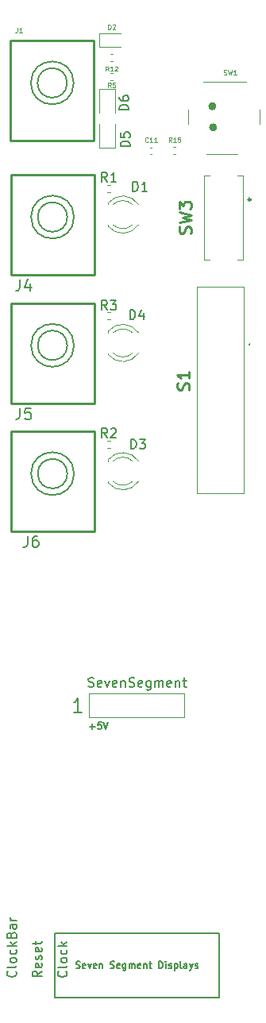
<source format=gbr>
%TF.GenerationSoftware,KiCad,Pcbnew,(6.0.1)*%
%TF.CreationDate,2023-06-13T10:27:40-07:00*%
%TF.ProjectId,16Bars,31364261-7273-42e6-9b69-6361645f7063,rev?*%
%TF.SameCoordinates,Original*%
%TF.FileFunction,Legend,Top*%
%TF.FilePolarity,Positive*%
%FSLAX46Y46*%
G04 Gerber Fmt 4.6, Leading zero omitted, Abs format (unit mm)*
G04 Created by KiCad (PCBNEW (6.0.1)) date 2023-06-13 10:27:40*
%MOMM*%
%LPD*%
G01*
G04 APERTURE LIST*
%ADD10C,0.150000*%
%ADD11C,0.275000*%
%ADD12C,0.100000*%
%ADD13C,0.152400*%
%ADD14C,0.254000*%
%ADD15C,0.200000*%
%ADD16C,0.120000*%
%ADD17C,0.446881*%
%ADD18C,0.127000*%
G04 APERTURE END LIST*
D10*
X65974285Y-110851428D02*
X66522857Y-110851428D01*
X66248571Y-111125714D02*
X66248571Y-110577142D01*
X67208571Y-110405714D02*
X66865714Y-110405714D01*
X66831428Y-110748571D01*
X66865714Y-110714285D01*
X66934285Y-110680000D01*
X67105714Y-110680000D01*
X67174285Y-110714285D01*
X67208571Y-110748571D01*
X67242857Y-110817142D01*
X67242857Y-110988571D01*
X67208571Y-111057142D01*
X67174285Y-111091428D01*
X67105714Y-111125714D01*
X66934285Y-111125714D01*
X66865714Y-111091428D01*
X66831428Y-111057142D01*
X67448571Y-110405714D02*
X67688571Y-111125714D01*
X67928571Y-110405714D01*
D11*
X83137500Y-54700000D02*
G75*
G03*
X83137500Y-54700000I-137500J0D01*
G01*
D10*
X79750000Y-139800000D02*
X62250000Y-139800000D01*
X62250000Y-139800000D02*
X62250000Y-132900000D01*
X62250000Y-132900000D02*
X79750000Y-132900000D01*
X79750000Y-132900000D02*
X79750000Y-139800000D01*
X64502857Y-136591428D02*
X64605714Y-136625714D01*
X64777142Y-136625714D01*
X64845714Y-136591428D01*
X64880000Y-136557142D01*
X64914285Y-136488571D01*
X64914285Y-136420000D01*
X64880000Y-136351428D01*
X64845714Y-136317142D01*
X64777142Y-136282857D01*
X64640000Y-136248571D01*
X64571428Y-136214285D01*
X64537142Y-136180000D01*
X64502857Y-136111428D01*
X64502857Y-136042857D01*
X64537142Y-135974285D01*
X64571428Y-135940000D01*
X64640000Y-135905714D01*
X64811428Y-135905714D01*
X64914285Y-135940000D01*
X65497142Y-136591428D02*
X65428571Y-136625714D01*
X65291428Y-136625714D01*
X65222857Y-136591428D01*
X65188571Y-136522857D01*
X65188571Y-136248571D01*
X65222857Y-136180000D01*
X65291428Y-136145714D01*
X65428571Y-136145714D01*
X65497142Y-136180000D01*
X65531428Y-136248571D01*
X65531428Y-136317142D01*
X65188571Y-136385714D01*
X65771428Y-136145714D02*
X65942857Y-136625714D01*
X66114285Y-136145714D01*
X66662857Y-136591428D02*
X66594285Y-136625714D01*
X66457142Y-136625714D01*
X66388571Y-136591428D01*
X66354285Y-136522857D01*
X66354285Y-136248571D01*
X66388571Y-136180000D01*
X66457142Y-136145714D01*
X66594285Y-136145714D01*
X66662857Y-136180000D01*
X66697142Y-136248571D01*
X66697142Y-136317142D01*
X66354285Y-136385714D01*
X67005714Y-136145714D02*
X67005714Y-136625714D01*
X67005714Y-136214285D02*
X67040000Y-136180000D01*
X67108571Y-136145714D01*
X67211428Y-136145714D01*
X67280000Y-136180000D01*
X67314285Y-136248571D01*
X67314285Y-136625714D01*
X68171428Y-136591428D02*
X68274285Y-136625714D01*
X68445714Y-136625714D01*
X68514285Y-136591428D01*
X68548571Y-136557142D01*
X68582857Y-136488571D01*
X68582857Y-136420000D01*
X68548571Y-136351428D01*
X68514285Y-136317142D01*
X68445714Y-136282857D01*
X68308571Y-136248571D01*
X68240000Y-136214285D01*
X68205714Y-136180000D01*
X68171428Y-136111428D01*
X68171428Y-136042857D01*
X68205714Y-135974285D01*
X68240000Y-135940000D01*
X68308571Y-135905714D01*
X68480000Y-135905714D01*
X68582857Y-135940000D01*
X69165714Y-136591428D02*
X69097142Y-136625714D01*
X68960000Y-136625714D01*
X68891428Y-136591428D01*
X68857142Y-136522857D01*
X68857142Y-136248571D01*
X68891428Y-136180000D01*
X68960000Y-136145714D01*
X69097142Y-136145714D01*
X69165714Y-136180000D01*
X69200000Y-136248571D01*
X69200000Y-136317142D01*
X68857142Y-136385714D01*
X69817142Y-136145714D02*
X69817142Y-136728571D01*
X69782857Y-136797142D01*
X69748571Y-136831428D01*
X69680000Y-136865714D01*
X69577142Y-136865714D01*
X69508571Y-136831428D01*
X69817142Y-136591428D02*
X69748571Y-136625714D01*
X69611428Y-136625714D01*
X69542857Y-136591428D01*
X69508571Y-136557142D01*
X69474285Y-136488571D01*
X69474285Y-136282857D01*
X69508571Y-136214285D01*
X69542857Y-136180000D01*
X69611428Y-136145714D01*
X69748571Y-136145714D01*
X69817142Y-136180000D01*
X70160000Y-136625714D02*
X70160000Y-136145714D01*
X70160000Y-136214285D02*
X70194285Y-136180000D01*
X70262857Y-136145714D01*
X70365714Y-136145714D01*
X70434285Y-136180000D01*
X70468571Y-136248571D01*
X70468571Y-136625714D01*
X70468571Y-136248571D02*
X70502857Y-136180000D01*
X70571428Y-136145714D01*
X70674285Y-136145714D01*
X70742857Y-136180000D01*
X70777142Y-136248571D01*
X70777142Y-136625714D01*
X71394285Y-136591428D02*
X71325714Y-136625714D01*
X71188571Y-136625714D01*
X71120000Y-136591428D01*
X71085714Y-136522857D01*
X71085714Y-136248571D01*
X71120000Y-136180000D01*
X71188571Y-136145714D01*
X71325714Y-136145714D01*
X71394285Y-136180000D01*
X71428571Y-136248571D01*
X71428571Y-136317142D01*
X71085714Y-136385714D01*
X71737142Y-136145714D02*
X71737142Y-136625714D01*
X71737142Y-136214285D02*
X71771428Y-136180000D01*
X71840000Y-136145714D01*
X71942857Y-136145714D01*
X72011428Y-136180000D01*
X72045714Y-136248571D01*
X72045714Y-136625714D01*
X72285714Y-136145714D02*
X72560000Y-136145714D01*
X72388571Y-135905714D02*
X72388571Y-136522857D01*
X72422857Y-136591428D01*
X72491428Y-136625714D01*
X72560000Y-136625714D01*
X73348571Y-136625714D02*
X73348571Y-135905714D01*
X73520000Y-135905714D01*
X73622857Y-135940000D01*
X73691428Y-136008571D01*
X73725714Y-136077142D01*
X73760000Y-136214285D01*
X73760000Y-136317142D01*
X73725714Y-136454285D01*
X73691428Y-136522857D01*
X73622857Y-136591428D01*
X73520000Y-136625714D01*
X73348571Y-136625714D01*
X74068571Y-136625714D02*
X74068571Y-136145714D01*
X74068571Y-135905714D02*
X74034285Y-135940000D01*
X74068571Y-135974285D01*
X74102857Y-135940000D01*
X74068571Y-135905714D01*
X74068571Y-135974285D01*
X74377142Y-136591428D02*
X74445714Y-136625714D01*
X74582857Y-136625714D01*
X74651428Y-136591428D01*
X74685714Y-136522857D01*
X74685714Y-136488571D01*
X74651428Y-136420000D01*
X74582857Y-136385714D01*
X74480000Y-136385714D01*
X74411428Y-136351428D01*
X74377142Y-136282857D01*
X74377142Y-136248571D01*
X74411428Y-136180000D01*
X74480000Y-136145714D01*
X74582857Y-136145714D01*
X74651428Y-136180000D01*
X74994285Y-136145714D02*
X74994285Y-136865714D01*
X74994285Y-136180000D02*
X75062857Y-136145714D01*
X75200000Y-136145714D01*
X75268571Y-136180000D01*
X75302857Y-136214285D01*
X75337142Y-136282857D01*
X75337142Y-136488571D01*
X75302857Y-136557142D01*
X75268571Y-136591428D01*
X75200000Y-136625714D01*
X75062857Y-136625714D01*
X74994285Y-136591428D01*
X75748571Y-136625714D02*
X75680000Y-136591428D01*
X75645714Y-136522857D01*
X75645714Y-135905714D01*
X76331428Y-136625714D02*
X76331428Y-136248571D01*
X76297142Y-136180000D01*
X76228571Y-136145714D01*
X76091428Y-136145714D01*
X76022857Y-136180000D01*
X76331428Y-136591428D02*
X76262857Y-136625714D01*
X76091428Y-136625714D01*
X76022857Y-136591428D01*
X75988571Y-136522857D01*
X75988571Y-136454285D01*
X76022857Y-136385714D01*
X76091428Y-136351428D01*
X76262857Y-136351428D01*
X76331428Y-136317142D01*
X76605714Y-136145714D02*
X76777142Y-136625714D01*
X76948571Y-136145714D02*
X76777142Y-136625714D01*
X76708571Y-136797142D01*
X76674285Y-136831428D01*
X76605714Y-136865714D01*
X77188571Y-136591428D02*
X77257142Y-136625714D01*
X77394285Y-136625714D01*
X77462857Y-136591428D01*
X77497142Y-136522857D01*
X77497142Y-136488571D01*
X77462857Y-136420000D01*
X77394285Y-136385714D01*
X77291428Y-136385714D01*
X77222857Y-136351428D01*
X77188571Y-136282857D01*
X77188571Y-136248571D01*
X77222857Y-136180000D01*
X77291428Y-136145714D01*
X77394285Y-136145714D01*
X77462857Y-136180000D01*
%TO.C,REF\u002A\u002A*%
X63457142Y-136938095D02*
X63504761Y-136985714D01*
X63552380Y-137128571D01*
X63552380Y-137223809D01*
X63504761Y-137366666D01*
X63409523Y-137461904D01*
X63314285Y-137509523D01*
X63123809Y-137557142D01*
X62980952Y-137557142D01*
X62790476Y-137509523D01*
X62695238Y-137461904D01*
X62600000Y-137366666D01*
X62552380Y-137223809D01*
X62552380Y-137128571D01*
X62600000Y-136985714D01*
X62647619Y-136938095D01*
X63552380Y-136366666D02*
X63504761Y-136461904D01*
X63409523Y-136509523D01*
X62552380Y-136509523D01*
X63552380Y-135842857D02*
X63504761Y-135938095D01*
X63457142Y-135985714D01*
X63361904Y-136033333D01*
X63076190Y-136033333D01*
X62980952Y-135985714D01*
X62933333Y-135938095D01*
X62885714Y-135842857D01*
X62885714Y-135700000D01*
X62933333Y-135604761D01*
X62980952Y-135557142D01*
X63076190Y-135509523D01*
X63361904Y-135509523D01*
X63457142Y-135557142D01*
X63504761Y-135604761D01*
X63552380Y-135700000D01*
X63552380Y-135842857D01*
X63504761Y-134652380D02*
X63552380Y-134747619D01*
X63552380Y-134938095D01*
X63504761Y-135033333D01*
X63457142Y-135080952D01*
X63361904Y-135128571D01*
X63076190Y-135128571D01*
X62980952Y-135080952D01*
X62933333Y-135033333D01*
X62885714Y-134938095D01*
X62885714Y-134747619D01*
X62933333Y-134652380D01*
X63552380Y-134223809D02*
X62552380Y-134223809D01*
X63171428Y-134128571D02*
X63552380Y-133842857D01*
X62885714Y-133842857D02*
X63266666Y-134223809D01*
X60852380Y-136938095D02*
X60376190Y-137271428D01*
X60852380Y-137509523D02*
X59852380Y-137509523D01*
X59852380Y-137128571D01*
X59900000Y-137033333D01*
X59947619Y-136985714D01*
X60042857Y-136938095D01*
X60185714Y-136938095D01*
X60280952Y-136985714D01*
X60328571Y-137033333D01*
X60376190Y-137128571D01*
X60376190Y-137509523D01*
X60804761Y-136128571D02*
X60852380Y-136223809D01*
X60852380Y-136414285D01*
X60804761Y-136509523D01*
X60709523Y-136557142D01*
X60328571Y-136557142D01*
X60233333Y-136509523D01*
X60185714Y-136414285D01*
X60185714Y-136223809D01*
X60233333Y-136128571D01*
X60328571Y-136080952D01*
X60423809Y-136080952D01*
X60519047Y-136557142D01*
X60804761Y-135700000D02*
X60852380Y-135604761D01*
X60852380Y-135414285D01*
X60804761Y-135319047D01*
X60709523Y-135271428D01*
X60661904Y-135271428D01*
X60566666Y-135319047D01*
X60519047Y-135414285D01*
X60519047Y-135557142D01*
X60471428Y-135652380D01*
X60376190Y-135700000D01*
X60328571Y-135700000D01*
X60233333Y-135652380D01*
X60185714Y-135557142D01*
X60185714Y-135414285D01*
X60233333Y-135319047D01*
X60804761Y-134461904D02*
X60852380Y-134557142D01*
X60852380Y-134747619D01*
X60804761Y-134842857D01*
X60709523Y-134890476D01*
X60328571Y-134890476D01*
X60233333Y-134842857D01*
X60185714Y-134747619D01*
X60185714Y-134557142D01*
X60233333Y-134461904D01*
X60328571Y-134414285D01*
X60423809Y-134414285D01*
X60519047Y-134890476D01*
X60185714Y-134128571D02*
X60185714Y-133747619D01*
X59852380Y-133985714D02*
X60709523Y-133985714D01*
X60804761Y-133938095D01*
X60852380Y-133842857D01*
X60852380Y-133747619D01*
X58057142Y-136938095D02*
X58104761Y-136985714D01*
X58152380Y-137128571D01*
X58152380Y-137223809D01*
X58104761Y-137366666D01*
X58009523Y-137461904D01*
X57914285Y-137509523D01*
X57723809Y-137557142D01*
X57580952Y-137557142D01*
X57390476Y-137509523D01*
X57295238Y-137461904D01*
X57200000Y-137366666D01*
X57152380Y-137223809D01*
X57152380Y-137128571D01*
X57200000Y-136985714D01*
X57247619Y-136938095D01*
X58152380Y-136366666D02*
X58104761Y-136461904D01*
X58009523Y-136509523D01*
X57152380Y-136509523D01*
X58152380Y-135842856D02*
X58104761Y-135938095D01*
X58057142Y-135985714D01*
X57961904Y-136033333D01*
X57676190Y-136033333D01*
X57580952Y-135985714D01*
X57533333Y-135938095D01*
X57485714Y-135842856D01*
X57485714Y-135699999D01*
X57533333Y-135604761D01*
X57580952Y-135557142D01*
X57676190Y-135509523D01*
X57961904Y-135509523D01*
X58057142Y-135557142D01*
X58104761Y-135604761D01*
X58152380Y-135699999D01*
X58152380Y-135842856D01*
X58104761Y-134652380D02*
X58152380Y-134747618D01*
X58152380Y-134938095D01*
X58104761Y-135033333D01*
X58057142Y-135080952D01*
X57961904Y-135128571D01*
X57676190Y-135128571D01*
X57580952Y-135080952D01*
X57533333Y-135033333D01*
X57485714Y-134938095D01*
X57485714Y-134747618D01*
X57533333Y-134652380D01*
X58152380Y-134223809D02*
X57152380Y-134223809D01*
X57771428Y-134128571D02*
X58152380Y-133842856D01*
X57485714Y-133842856D02*
X57866666Y-134223809D01*
X57628571Y-133080952D02*
X57676190Y-132938095D01*
X57723809Y-132890475D01*
X57819047Y-132842856D01*
X57961904Y-132842856D01*
X58057142Y-132890475D01*
X58104761Y-132938095D01*
X58152380Y-133033333D01*
X58152380Y-133414285D01*
X57152380Y-133414285D01*
X57152380Y-133080952D01*
X57200000Y-132985714D01*
X57247619Y-132938095D01*
X57342857Y-132890475D01*
X57438095Y-132890475D01*
X57533333Y-132938095D01*
X57580952Y-132985714D01*
X57628571Y-133080952D01*
X57628571Y-133414285D01*
X58152380Y-131985714D02*
X57628571Y-131985714D01*
X57533333Y-132033333D01*
X57485714Y-132128571D01*
X57485714Y-132319047D01*
X57533333Y-132414285D01*
X58104761Y-131985714D02*
X58152380Y-132080952D01*
X58152380Y-132319047D01*
X58104761Y-132414285D01*
X58009523Y-132461904D01*
X57914285Y-132461904D01*
X57819047Y-132414285D01*
X57771428Y-132319047D01*
X57771428Y-132080952D01*
X57723809Y-131985714D01*
X58152380Y-131509523D02*
X57485714Y-131509523D01*
X57676190Y-131509523D02*
X57580952Y-131461904D01*
X57533333Y-131414285D01*
X57485714Y-131319047D01*
X57485714Y-131223809D01*
%TO.C,D4*%
X70261904Y-67469880D02*
X70261904Y-66469880D01*
X70500000Y-66469880D01*
X70642857Y-66517500D01*
X70738095Y-66612738D01*
X70785714Y-66707976D01*
X70833333Y-66898452D01*
X70833333Y-67041309D01*
X70785714Y-67231785D01*
X70738095Y-67327023D01*
X70642857Y-67422261D01*
X70500000Y-67469880D01*
X70261904Y-67469880D01*
X71690476Y-66803214D02*
X71690476Y-67469880D01*
X71452380Y-66422261D02*
X71214285Y-67136547D01*
X71833333Y-67136547D01*
%TO.C,D3*%
X70361904Y-81252380D02*
X70361904Y-80252380D01*
X70600000Y-80252380D01*
X70742857Y-80300000D01*
X70838095Y-80395238D01*
X70885714Y-80490476D01*
X70933333Y-80680952D01*
X70933333Y-80823809D01*
X70885714Y-81014285D01*
X70838095Y-81109523D01*
X70742857Y-81204761D01*
X70600000Y-81252380D01*
X70361904Y-81252380D01*
X71266666Y-80252380D02*
X71885714Y-80252380D01*
X71552380Y-80633333D01*
X71695238Y-80633333D01*
X71790476Y-80680952D01*
X71838095Y-80728571D01*
X71885714Y-80823809D01*
X71885714Y-81061904D01*
X71838095Y-81157142D01*
X71790476Y-81204761D01*
X71695238Y-81252380D01*
X71409523Y-81252380D01*
X71314285Y-81204761D01*
X71266666Y-81157142D01*
D12*
%TO.C,SW1*%
X80256733Y-41363680D02*
X80328161Y-41387490D01*
X80447209Y-41387490D01*
X80494828Y-41363680D01*
X80518638Y-41339871D01*
X80542447Y-41292252D01*
X80542447Y-41244633D01*
X80518638Y-41197014D01*
X80494828Y-41173204D01*
X80447209Y-41149395D01*
X80351971Y-41125585D01*
X80304352Y-41101776D01*
X80280542Y-41077966D01*
X80256733Y-41030347D01*
X80256733Y-40982728D01*
X80280542Y-40935109D01*
X80304352Y-40911300D01*
X80351971Y-40887490D01*
X80471019Y-40887490D01*
X80542447Y-40911300D01*
X80709114Y-40887490D02*
X80828161Y-41387490D01*
X80923400Y-41030347D01*
X81018638Y-41387490D01*
X81137685Y-40887490D01*
X81590066Y-41387490D02*
X81304352Y-41387490D01*
X81447209Y-41387490D02*
X81447209Y-40887490D01*
X81399590Y-40958919D01*
X81351971Y-41006538D01*
X81304352Y-41030347D01*
%TO.C,J1*%
X58238904Y-36387190D02*
X58238904Y-36744333D01*
X58215095Y-36815761D01*
X58167476Y-36863380D01*
X58096047Y-36887190D01*
X58048428Y-36887190D01*
X58738904Y-36887190D02*
X58453190Y-36887190D01*
X58596047Y-36887190D02*
X58596047Y-36387190D01*
X58548428Y-36458619D01*
X58500809Y-36506238D01*
X58453190Y-36530047D01*
%TO.C,R5*%
X68216666Y-42726190D02*
X68050000Y-42488095D01*
X67930952Y-42726190D02*
X67930952Y-42226190D01*
X68121428Y-42226190D01*
X68169047Y-42250000D01*
X68192857Y-42273809D01*
X68216666Y-42321428D01*
X68216666Y-42392857D01*
X68192857Y-42440476D01*
X68169047Y-42464285D01*
X68121428Y-42488095D01*
X67930952Y-42488095D01*
X68669047Y-42226190D02*
X68430952Y-42226190D01*
X68407142Y-42464285D01*
X68430952Y-42440476D01*
X68478571Y-42416666D01*
X68597619Y-42416666D01*
X68645238Y-42440476D01*
X68669047Y-42464285D01*
X68692857Y-42511904D01*
X68692857Y-42630952D01*
X68669047Y-42678571D01*
X68645238Y-42702380D01*
X68597619Y-42726190D01*
X68478571Y-42726190D01*
X68430952Y-42702380D01*
X68407142Y-42678571D01*
D10*
%TO.C,D1*%
X70561904Y-53792380D02*
X70561904Y-52792380D01*
X70800000Y-52792380D01*
X70942857Y-52840000D01*
X71038095Y-52935238D01*
X71085714Y-53030476D01*
X71133333Y-53220952D01*
X71133333Y-53363809D01*
X71085714Y-53554285D01*
X71038095Y-53649523D01*
X70942857Y-53744761D01*
X70800000Y-53792380D01*
X70561904Y-53792380D01*
X72085714Y-53792380D02*
X71514285Y-53792380D01*
X71800000Y-53792380D02*
X71800000Y-52792380D01*
X71704761Y-52935238D01*
X71609523Y-53030476D01*
X71514285Y-53078095D01*
%TO.C,D6*%
X70102380Y-45138095D02*
X69102380Y-45138095D01*
X69102380Y-44900000D01*
X69150000Y-44757142D01*
X69245238Y-44661904D01*
X69340476Y-44614285D01*
X69530952Y-44566666D01*
X69673809Y-44566666D01*
X69864285Y-44614285D01*
X69959523Y-44661904D01*
X70054761Y-44757142D01*
X70102380Y-44900000D01*
X70102380Y-45138095D01*
X69102380Y-43709523D02*
X69102380Y-43900000D01*
X69150000Y-43995238D01*
X69197619Y-44042857D01*
X69340476Y-44138095D01*
X69530952Y-44185714D01*
X69911904Y-44185714D01*
X70007142Y-44138095D01*
X70054761Y-44090476D01*
X70102380Y-43995238D01*
X70102380Y-43804761D01*
X70054761Y-43709523D01*
X70007142Y-43661904D01*
X69911904Y-43614285D01*
X69673809Y-43614285D01*
X69578571Y-43661904D01*
X69530952Y-43709523D01*
X69483333Y-43804761D01*
X69483333Y-43995238D01*
X69530952Y-44090476D01*
X69578571Y-44138095D01*
X69673809Y-44185714D01*
D13*
%TO.C,J5*%
X58531036Y-76913547D02*
X58531036Y-77775333D01*
X58473583Y-77947690D01*
X58358679Y-78062595D01*
X58186321Y-78120047D01*
X58071417Y-78120047D01*
X59680083Y-76913547D02*
X59105560Y-76913547D01*
X59048107Y-77488071D01*
X59105560Y-77430619D01*
X59220464Y-77373166D01*
X59507726Y-77373166D01*
X59622631Y-77430619D01*
X59680083Y-77488071D01*
X59737536Y-77602976D01*
X59737536Y-77890238D01*
X59680083Y-78005142D01*
X59622631Y-78062595D01*
X59507726Y-78120047D01*
X59220464Y-78120047D01*
X59105560Y-78062595D01*
X59048107Y-78005142D01*
D10*
%TO.C,R3*%
X67833333Y-66452380D02*
X67500000Y-65976190D01*
X67261904Y-66452380D02*
X67261904Y-65452380D01*
X67642857Y-65452380D01*
X67738095Y-65500000D01*
X67785714Y-65547619D01*
X67833333Y-65642857D01*
X67833333Y-65785714D01*
X67785714Y-65880952D01*
X67738095Y-65928571D01*
X67642857Y-65976190D01*
X67261904Y-65976190D01*
X68166666Y-65452380D02*
X68785714Y-65452380D01*
X68452380Y-65833333D01*
X68595238Y-65833333D01*
X68690476Y-65880952D01*
X68738095Y-65928571D01*
X68785714Y-66023809D01*
X68785714Y-66261904D01*
X68738095Y-66357142D01*
X68690476Y-66404761D01*
X68595238Y-66452380D01*
X68309523Y-66452380D01*
X68214285Y-66404761D01*
X68166666Y-66357142D01*
D14*
%TO.C,S1*%
X76514047Y-74967619D02*
X76574523Y-74786190D01*
X76574523Y-74483809D01*
X76514047Y-74362857D01*
X76453571Y-74302380D01*
X76332619Y-74241904D01*
X76211666Y-74241904D01*
X76090714Y-74302380D01*
X76030238Y-74362857D01*
X75969761Y-74483809D01*
X75909285Y-74725714D01*
X75848809Y-74846666D01*
X75788333Y-74907142D01*
X75667380Y-74967619D01*
X75546428Y-74967619D01*
X75425476Y-74907142D01*
X75365000Y-74846666D01*
X75304523Y-74725714D01*
X75304523Y-74423333D01*
X75365000Y-74241904D01*
X76574523Y-73032380D02*
X76574523Y-73758095D01*
X76574523Y-73395238D02*
X75304523Y-73395238D01*
X75485952Y-73516190D01*
X75606904Y-73637142D01*
X75667380Y-73758095D01*
D10*
%TO.C,R2*%
X67838333Y-80082380D02*
X67505000Y-79606190D01*
X67266904Y-80082380D02*
X67266904Y-79082380D01*
X67647857Y-79082380D01*
X67743095Y-79130000D01*
X67790714Y-79177619D01*
X67838333Y-79272857D01*
X67838333Y-79415714D01*
X67790714Y-79510952D01*
X67743095Y-79558571D01*
X67647857Y-79606190D01*
X67266904Y-79606190D01*
X68219285Y-79177619D02*
X68266904Y-79130000D01*
X68362142Y-79082380D01*
X68600238Y-79082380D01*
X68695476Y-79130000D01*
X68743095Y-79177619D01*
X68790714Y-79272857D01*
X68790714Y-79368095D01*
X68743095Y-79510952D01*
X68171666Y-80082380D01*
X68790714Y-80082380D01*
D12*
%TO.C,R15*%
X74678571Y-48556190D02*
X74511904Y-48318095D01*
X74392857Y-48556190D02*
X74392857Y-48056190D01*
X74583333Y-48056190D01*
X74630952Y-48080000D01*
X74654761Y-48103809D01*
X74678571Y-48151428D01*
X74678571Y-48222857D01*
X74654761Y-48270476D01*
X74630952Y-48294285D01*
X74583333Y-48318095D01*
X74392857Y-48318095D01*
X75154761Y-48556190D02*
X74869047Y-48556190D01*
X75011904Y-48556190D02*
X75011904Y-48056190D01*
X74964285Y-48127619D01*
X74916666Y-48175238D01*
X74869047Y-48199047D01*
X75607142Y-48056190D02*
X75369047Y-48056190D01*
X75345238Y-48294285D01*
X75369047Y-48270476D01*
X75416666Y-48246666D01*
X75535714Y-48246666D01*
X75583333Y-48270476D01*
X75607142Y-48294285D01*
X75630952Y-48341904D01*
X75630952Y-48460952D01*
X75607142Y-48508571D01*
X75583333Y-48532380D01*
X75535714Y-48556190D01*
X75416666Y-48556190D01*
X75369047Y-48532380D01*
X75345238Y-48508571D01*
%TO.C,C11*%
X72178571Y-48518571D02*
X72154761Y-48542380D01*
X72083333Y-48566190D01*
X72035714Y-48566190D01*
X71964285Y-48542380D01*
X71916666Y-48494761D01*
X71892857Y-48447142D01*
X71869047Y-48351904D01*
X71869047Y-48280476D01*
X71892857Y-48185238D01*
X71916666Y-48137619D01*
X71964285Y-48090000D01*
X72035714Y-48066190D01*
X72083333Y-48066190D01*
X72154761Y-48090000D01*
X72178571Y-48113809D01*
X72654761Y-48566190D02*
X72369047Y-48566190D01*
X72511904Y-48566190D02*
X72511904Y-48066190D01*
X72464285Y-48137619D01*
X72416666Y-48185238D01*
X72369047Y-48209047D01*
X73130952Y-48566190D02*
X72845238Y-48566190D01*
X72988095Y-48566190D02*
X72988095Y-48066190D01*
X72940476Y-48137619D01*
X72892857Y-48185238D01*
X72845238Y-48209047D01*
D14*
%TO.C,SW3*%
X76714047Y-58293333D02*
X76774523Y-58111904D01*
X76774523Y-57809523D01*
X76714047Y-57688571D01*
X76653571Y-57628095D01*
X76532619Y-57567619D01*
X76411666Y-57567619D01*
X76290714Y-57628095D01*
X76230238Y-57688571D01*
X76169761Y-57809523D01*
X76109285Y-58051428D01*
X76048809Y-58172380D01*
X75988333Y-58232857D01*
X75867380Y-58293333D01*
X75746428Y-58293333D01*
X75625476Y-58232857D01*
X75565000Y-58172380D01*
X75504523Y-58051428D01*
X75504523Y-57749047D01*
X75565000Y-57567619D01*
X75504523Y-57144285D02*
X76774523Y-56841904D01*
X75867380Y-56600000D01*
X76774523Y-56358095D01*
X75504523Y-56055714D01*
X75504523Y-55692857D02*
X75504523Y-54906666D01*
X75988333Y-55330000D01*
X75988333Y-55148571D01*
X76048809Y-55027619D01*
X76109285Y-54967142D01*
X76230238Y-54906666D01*
X76532619Y-54906666D01*
X76653571Y-54967142D01*
X76714047Y-55027619D01*
X76774523Y-55148571D01*
X76774523Y-55511428D01*
X76714047Y-55632380D01*
X76653571Y-55692857D01*
D13*
%TO.C,J6*%
X59331036Y-90536047D02*
X59331036Y-91397833D01*
X59273583Y-91570190D01*
X59158679Y-91685095D01*
X58986321Y-91742547D01*
X58871417Y-91742547D01*
X60422631Y-90536047D02*
X60192821Y-90536047D01*
X60077917Y-90593500D01*
X60020464Y-90650952D01*
X59905560Y-90823309D01*
X59848107Y-91053119D01*
X59848107Y-91512738D01*
X59905560Y-91627642D01*
X59963012Y-91685095D01*
X60077917Y-91742547D01*
X60307726Y-91742547D01*
X60422631Y-91685095D01*
X60480083Y-91627642D01*
X60537536Y-91512738D01*
X60537536Y-91225476D01*
X60480083Y-91110571D01*
X60422631Y-91053119D01*
X60307726Y-90995666D01*
X60077917Y-90995666D01*
X59963012Y-91053119D01*
X59905560Y-91110571D01*
X59848107Y-91225476D01*
D12*
%TO.C,D2*%
X67930952Y-36526190D02*
X67930952Y-36026190D01*
X68050000Y-36026190D01*
X68121428Y-36050000D01*
X68169047Y-36097619D01*
X68192857Y-36145238D01*
X68216666Y-36240476D01*
X68216666Y-36311904D01*
X68192857Y-36407142D01*
X68169047Y-36454761D01*
X68121428Y-36502380D01*
X68050000Y-36526190D01*
X67930952Y-36526190D01*
X68407142Y-36073809D02*
X68430952Y-36050000D01*
X68478571Y-36026190D01*
X68597619Y-36026190D01*
X68645238Y-36050000D01*
X68669047Y-36073809D01*
X68692857Y-36121428D01*
X68692857Y-36169047D01*
X68669047Y-36240476D01*
X68383333Y-36526190D01*
X68692857Y-36526190D01*
D10*
%TO.C,R1*%
X67833333Y-52782380D02*
X67500000Y-52306190D01*
X67261904Y-52782380D02*
X67261904Y-51782380D01*
X67642857Y-51782380D01*
X67738095Y-51830000D01*
X67785714Y-51877619D01*
X67833333Y-51972857D01*
X67833333Y-52115714D01*
X67785714Y-52210952D01*
X67738095Y-52258571D01*
X67642857Y-52306190D01*
X67261904Y-52306190D01*
X68785714Y-52782380D02*
X68214285Y-52782380D01*
X68500000Y-52782380D02*
X68500000Y-51782380D01*
X68404761Y-51925238D01*
X68309523Y-52020476D01*
X68214285Y-52068095D01*
D13*
%TO.C,J4*%
X58531036Y-63236047D02*
X58531036Y-64097833D01*
X58473583Y-64270190D01*
X58358679Y-64385095D01*
X58186321Y-64442547D01*
X58071417Y-64442547D01*
X59622631Y-63638214D02*
X59622631Y-64442547D01*
X59335369Y-63178595D02*
X59048107Y-64040380D01*
X59794988Y-64040380D01*
D15*
%TO.C,J3*%
X65833333Y-106604761D02*
X65976190Y-106652380D01*
X66214285Y-106652380D01*
X66309523Y-106604761D01*
X66357142Y-106557142D01*
X66404761Y-106461904D01*
X66404761Y-106366666D01*
X66357142Y-106271428D01*
X66309523Y-106223809D01*
X66214285Y-106176190D01*
X66023809Y-106128571D01*
X65928571Y-106080952D01*
X65880952Y-106033333D01*
X65833333Y-105938095D01*
X65833333Y-105842857D01*
X65880952Y-105747619D01*
X65928571Y-105700000D01*
X66023809Y-105652380D01*
X66261904Y-105652380D01*
X66404761Y-105700000D01*
X67214285Y-106604761D02*
X67119047Y-106652380D01*
X66928571Y-106652380D01*
X66833333Y-106604761D01*
X66785714Y-106509523D01*
X66785714Y-106128571D01*
X66833333Y-106033333D01*
X66928571Y-105985714D01*
X67119047Y-105985714D01*
X67214285Y-106033333D01*
X67261904Y-106128571D01*
X67261904Y-106223809D01*
X66785714Y-106319047D01*
X67595238Y-105985714D02*
X67833333Y-106652380D01*
X68071428Y-105985714D01*
X68833333Y-106604761D02*
X68738095Y-106652380D01*
X68547619Y-106652380D01*
X68452380Y-106604761D01*
X68404761Y-106509523D01*
X68404761Y-106128571D01*
X68452380Y-106033333D01*
X68547619Y-105985714D01*
X68738095Y-105985714D01*
X68833333Y-106033333D01*
X68880952Y-106128571D01*
X68880952Y-106223809D01*
X68404761Y-106319047D01*
X69309523Y-105985714D02*
X69309523Y-106652380D01*
X69309523Y-106080952D02*
X69357142Y-106033333D01*
X69452380Y-105985714D01*
X69595238Y-105985714D01*
X69690476Y-106033333D01*
X69738095Y-106128571D01*
X69738095Y-106652380D01*
X70166666Y-106604761D02*
X70309523Y-106652380D01*
X70547619Y-106652380D01*
X70642857Y-106604761D01*
X70690476Y-106557142D01*
X70738095Y-106461904D01*
X70738095Y-106366666D01*
X70690476Y-106271428D01*
X70642857Y-106223809D01*
X70547619Y-106176190D01*
X70357142Y-106128571D01*
X70261904Y-106080952D01*
X70214285Y-106033333D01*
X70166666Y-105938095D01*
X70166666Y-105842857D01*
X70214285Y-105747619D01*
X70261904Y-105700000D01*
X70357142Y-105652380D01*
X70595238Y-105652380D01*
X70738095Y-105700000D01*
X71547619Y-106604761D02*
X71452380Y-106652380D01*
X71261904Y-106652380D01*
X71166666Y-106604761D01*
X71119047Y-106509523D01*
X71119047Y-106128571D01*
X71166666Y-106033333D01*
X71261904Y-105985714D01*
X71452380Y-105985714D01*
X71547619Y-106033333D01*
X71595238Y-106128571D01*
X71595238Y-106223809D01*
X71119047Y-106319047D01*
X72452380Y-105985714D02*
X72452380Y-106795238D01*
X72404761Y-106890476D01*
X72357142Y-106938095D01*
X72261904Y-106985714D01*
X72119047Y-106985714D01*
X72023809Y-106938095D01*
X72452380Y-106604761D02*
X72357142Y-106652380D01*
X72166666Y-106652380D01*
X72071428Y-106604761D01*
X72023809Y-106557142D01*
X71976190Y-106461904D01*
X71976190Y-106176190D01*
X72023809Y-106080952D01*
X72071428Y-106033333D01*
X72166666Y-105985714D01*
X72357142Y-105985714D01*
X72452380Y-106033333D01*
X72928571Y-106652380D02*
X72928571Y-105985714D01*
X72928571Y-106080952D02*
X72976190Y-106033333D01*
X73071428Y-105985714D01*
X73214285Y-105985714D01*
X73309523Y-106033333D01*
X73357142Y-106128571D01*
X73357142Y-106652380D01*
X73357142Y-106128571D02*
X73404761Y-106033333D01*
X73500000Y-105985714D01*
X73642857Y-105985714D01*
X73738095Y-106033333D01*
X73785714Y-106128571D01*
X73785714Y-106652380D01*
X74642857Y-106604761D02*
X74547619Y-106652380D01*
X74357142Y-106652380D01*
X74261904Y-106604761D01*
X74214285Y-106509523D01*
X74214285Y-106128571D01*
X74261904Y-106033333D01*
X74357142Y-105985714D01*
X74547619Y-105985714D01*
X74642857Y-106033333D01*
X74690476Y-106128571D01*
X74690476Y-106223809D01*
X74214285Y-106319047D01*
X75119047Y-105985714D02*
X75119047Y-106652380D01*
X75119047Y-106080952D02*
X75166666Y-106033333D01*
X75261904Y-105985714D01*
X75404761Y-105985714D01*
X75500000Y-106033333D01*
X75547619Y-106128571D01*
X75547619Y-106652380D01*
X75880952Y-105985714D02*
X76261904Y-105985714D01*
X76023809Y-105652380D02*
X76023809Y-106509523D01*
X76071428Y-106604761D01*
X76166666Y-106652380D01*
X76261904Y-106652380D01*
X65128571Y-109378571D02*
X64271428Y-109378571D01*
X64700000Y-109378571D02*
X64700000Y-107878571D01*
X64557142Y-108092857D01*
X64414285Y-108235714D01*
X64271428Y-108307142D01*
D12*
%TO.C,R12*%
X67978571Y-40996190D02*
X67811904Y-40758095D01*
X67692857Y-40996190D02*
X67692857Y-40496190D01*
X67883333Y-40496190D01*
X67930952Y-40520000D01*
X67954761Y-40543809D01*
X67978571Y-40591428D01*
X67978571Y-40662857D01*
X67954761Y-40710476D01*
X67930952Y-40734285D01*
X67883333Y-40758095D01*
X67692857Y-40758095D01*
X68454761Y-40996190D02*
X68169047Y-40996190D01*
X68311904Y-40996190D02*
X68311904Y-40496190D01*
X68264285Y-40567619D01*
X68216666Y-40615238D01*
X68169047Y-40639047D01*
X68645238Y-40543809D02*
X68669047Y-40520000D01*
X68716666Y-40496190D01*
X68835714Y-40496190D01*
X68883333Y-40520000D01*
X68907142Y-40543809D01*
X68930952Y-40591428D01*
X68930952Y-40639047D01*
X68907142Y-40710476D01*
X68621428Y-40996190D01*
X68930952Y-40996190D01*
D10*
%TO.C,D5*%
X70252380Y-49038095D02*
X69252380Y-49038095D01*
X69252380Y-48800000D01*
X69300000Y-48657142D01*
X69395238Y-48561904D01*
X69490476Y-48514285D01*
X69680952Y-48466666D01*
X69823809Y-48466666D01*
X70014285Y-48514285D01*
X70109523Y-48561904D01*
X70204761Y-48657142D01*
X70252380Y-48800000D01*
X70252380Y-49038095D01*
X69252380Y-47561904D02*
X69252380Y-48038095D01*
X69728571Y-48085714D01*
X69680952Y-48038095D01*
X69633333Y-47942857D01*
X69633333Y-47704761D01*
X69680952Y-47609523D01*
X69728571Y-47561904D01*
X69823809Y-47514285D01*
X70061904Y-47514285D01*
X70157142Y-47561904D01*
X70204761Y-47609523D01*
X70252380Y-47704761D01*
X70252380Y-47942857D01*
X70204761Y-48038095D01*
X70157142Y-48085714D01*
D16*
%TO.C,D4*%
X67935000Y-71057500D02*
X67935000Y-71213500D01*
X67935000Y-68741500D02*
X67935000Y-68897500D01*
X68454039Y-71057500D02*
G75*
G03*
X70536130Y-71057337I1040961J1080000D01*
G01*
X70536130Y-68897663D02*
G75*
G03*
X68454039Y-68897500I-1041130J-1079837D01*
G01*
X67935000Y-71213016D02*
G75*
G03*
X71167335Y-71056108I1560000J1235517D01*
G01*
X71167335Y-68898892D02*
G75*
G03*
X67935000Y-68741984I-1672335J-1078609D01*
G01*
%TO.C,D3*%
X67935000Y-84735000D02*
X67935000Y-84891000D01*
X67935000Y-82419000D02*
X67935000Y-82575000D01*
X70536130Y-82575163D02*
G75*
G03*
X68454039Y-82575000I-1041130J-1079837D01*
G01*
X71167335Y-82576392D02*
G75*
G03*
X67935000Y-82419484I-1672335J-1078609D01*
G01*
X68454039Y-84735000D02*
G75*
G03*
X70536130Y-84734837I1040961J1080000D01*
G01*
X67935000Y-84890516D02*
G75*
G03*
X71167335Y-84733608I1560000J1235517D01*
G01*
%TO.C,SW1*%
X78434200Y-49848100D02*
X81736200Y-49848100D01*
X82614600Y-42151900D02*
X78114600Y-42151900D01*
X84047600Y-46610300D02*
X84047600Y-45110300D01*
X76503800Y-45096900D02*
X76503800Y-46596900D01*
D17*
X79267240Y-44742700D02*
G75*
G03*
X79267240Y-44742700I-223440J0D01*
G01*
X79343440Y-47003300D02*
G75*
G03*
X79343440Y-47003300I-223440J0D01*
G01*
D14*
%TO.C,J1*%
X57525000Y-37749200D02*
X57525000Y-48417200D01*
X66415000Y-48417200D02*
X66415000Y-37749200D01*
X57525000Y-48417200D02*
X66415000Y-48417200D01*
X66415000Y-37749200D02*
X57525000Y-37749200D01*
D18*
X63544800Y-42257700D02*
G75*
G03*
X63544800Y-42257700I-1574800J0D01*
G01*
X64256000Y-42257700D02*
G75*
G03*
X64256000Y-42257700I-2286000J0D01*
G01*
D16*
%TO.C,R5*%
X68453641Y-41980000D02*
X68146359Y-41980000D01*
X68453641Y-41220000D02*
X68146359Y-41220000D01*
%TO.C,D1*%
X67935000Y-55064000D02*
X67935000Y-55220000D01*
X67935000Y-57380000D02*
X67935000Y-57536000D01*
X67935000Y-57535516D02*
G75*
G03*
X71167335Y-57378608I1560000J1235517D01*
G01*
X70536130Y-55220163D02*
G75*
G03*
X68454039Y-55220000I-1041130J-1079837D01*
G01*
X71167335Y-55221392D02*
G75*
G03*
X67935000Y-55064484I-1672335J-1078609D01*
G01*
X68454039Y-57380000D02*
G75*
G03*
X70536130Y-57379837I1040961J1080000D01*
G01*
%TO.C,D6*%
X68650000Y-42900000D02*
X66950000Y-42900000D01*
X68650000Y-42900000D02*
X68650000Y-45450000D01*
X66950000Y-42900000D02*
X66950000Y-45450000D01*
D18*
%TO.C,J5*%
X63574800Y-70235200D02*
G75*
G03*
X63574800Y-70235200I-1574800J0D01*
G01*
X64286000Y-70235200D02*
G75*
G03*
X64286000Y-70235200I-2286000J0D01*
G01*
D14*
X57555000Y-76394700D02*
X66445000Y-76394700D01*
X66445000Y-65726700D02*
X57555000Y-65726700D01*
X66445000Y-76394700D02*
X66445000Y-65726700D01*
X57555000Y-65726700D02*
X57555000Y-76394700D01*
D16*
%TO.C,R3*%
X67846359Y-67480000D02*
X68153641Y-67480000D01*
X67846359Y-66720000D02*
X68153641Y-66720000D01*
D15*
%TO.C,S1*%
X83012600Y-70100000D02*
X83012600Y-70100000D01*
X83012600Y-70100000D02*
X83012600Y-70100000D01*
X83012600Y-70200000D02*
X83012600Y-70200000D01*
D12*
X82412600Y-64000000D02*
X82412600Y-86000000D01*
X77412600Y-86000000D02*
X77412600Y-64000000D01*
X77412600Y-64000000D02*
X82412600Y-64000000D01*
X82412600Y-86000000D02*
X77412600Y-86000000D01*
D15*
X83012600Y-70100000D02*
G75*
G03*
X83012600Y-70200000I0J-50000D01*
G01*
X83012600Y-70100000D02*
G75*
G03*
X83012600Y-70200000I0J-50000D01*
G01*
X83012600Y-70200000D02*
G75*
G03*
X83012600Y-70100000I0J50000D01*
G01*
D16*
%TO.C,R2*%
X67851359Y-81180000D02*
X68158641Y-81180000D01*
X67851359Y-80420000D02*
X68158641Y-80420000D01*
%TO.C,R15*%
X74846359Y-49120000D02*
X75153641Y-49120000D01*
X74846359Y-49880000D02*
X75153641Y-49880000D01*
%TO.C,C11*%
X72392164Y-49140000D02*
X72607836Y-49140000D01*
X72392164Y-49860000D02*
X72607836Y-49860000D01*
D12*
%TO.C,SW3*%
X78137600Y-61100000D02*
X78737600Y-61100000D01*
X78137600Y-52100000D02*
X78137600Y-61100000D01*
X78737600Y-52100000D02*
X78137600Y-52100000D01*
X81737600Y-52100000D02*
X82337600Y-52100000D01*
X82337600Y-61100000D02*
X81737600Y-61100000D01*
X82337600Y-52100000D02*
X82337600Y-61100000D01*
D14*
%TO.C,J6*%
X66445000Y-79404200D02*
X57555000Y-79404200D01*
X57555000Y-79404200D02*
X57555000Y-90072200D01*
X66445000Y-90072200D02*
X66445000Y-79404200D01*
X57555000Y-90072200D02*
X66445000Y-90072200D01*
D18*
X63574800Y-83912700D02*
G75*
G03*
X63574800Y-83912700I-1574800J0D01*
G01*
X64286000Y-83912700D02*
G75*
G03*
X64286000Y-83912700I-2286000J0D01*
G01*
D16*
%TO.C,D2*%
X67015000Y-36965000D02*
X67015000Y-38435000D01*
X67015000Y-38435000D02*
X69300000Y-38435000D01*
X69300000Y-36965000D02*
X67015000Y-36965000D01*
%TO.C,R1*%
X67846359Y-53120000D02*
X68153641Y-53120000D01*
X67846359Y-53880000D02*
X68153641Y-53880000D01*
D14*
%TO.C,J4*%
X57555000Y-62717200D02*
X66445000Y-62717200D01*
X57555000Y-52049200D02*
X57555000Y-62717200D01*
X66445000Y-52049200D02*
X57555000Y-52049200D01*
X66445000Y-62717200D02*
X66445000Y-52049200D01*
D18*
X64286000Y-56557700D02*
G75*
G03*
X64286000Y-56557700I-2286000J0D01*
G01*
X63574800Y-56557700D02*
G75*
G03*
X63574800Y-56557700I-1574800J0D01*
G01*
D16*
%TO.C,J3*%
X76080000Y-109870000D02*
X76080000Y-107330000D01*
X65920000Y-109870000D02*
X76080000Y-109870000D01*
X76080000Y-107330000D02*
X65920000Y-107330000D01*
X65920000Y-107330000D02*
X65920000Y-109870000D01*
%TO.C,R12*%
X68453641Y-39220000D02*
X68146359Y-39220000D01*
X68453641Y-39980000D02*
X68146359Y-39980000D01*
%TO.C,D5*%
X66950000Y-49200000D02*
X68650000Y-49200000D01*
X66950000Y-49200000D02*
X66950000Y-46650000D01*
X68650000Y-49200000D02*
X68650000Y-46650000D01*
%TD*%
M02*

</source>
